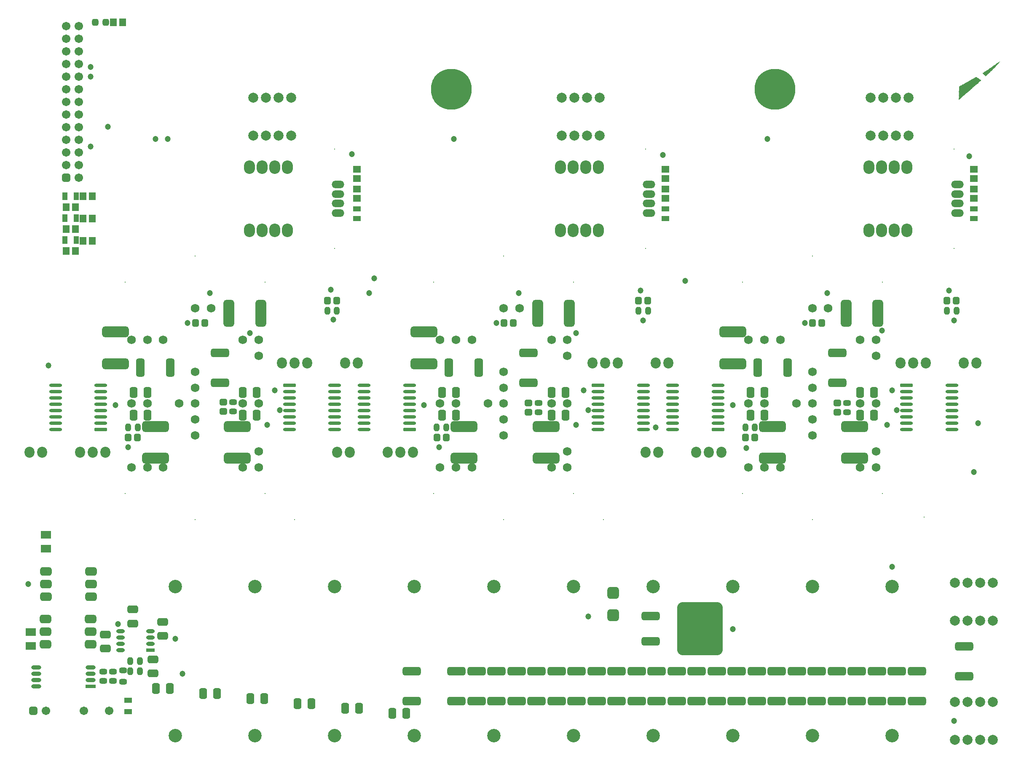
<source format=gts>
G04*
G04 #@! TF.GenerationSoftware,Altium Limited,Altium Designer,24.1.2 (44)*
G04*
G04 Layer_Color=8388736*
%FSLAX44Y44*%
%MOMM*%
G71*
G04*
G04 #@! TF.SameCoordinates,42FD3A08-7172-4449-885E-14F6398CBE5B*
G04*
G04*
G04 #@! TF.FilePolarity,Negative*
G04*
G01*
G75*
G04:AMPARAMS|DCode=21|XSize=2.6028mm|YSize=0.6221mm|CornerRadius=0.1555mm|HoleSize=0mm|Usage=FLASHONLY|Rotation=180.000|XOffset=0mm|YOffset=0mm|HoleType=Round|Shape=RoundedRectangle|*
%AMROUNDEDRECTD21*
21,1,2.6028,0.3111,0,0,180.0*
21,1,2.2917,0.6221,0,0,180.0*
1,1,0.3111,-1.1459,0.1555*
1,1,0.3111,1.1459,0.1555*
1,1,0.3111,1.1459,-0.1555*
1,1,0.3111,-1.1459,-0.1555*
%
%ADD21ROUNDEDRECTD21*%
G04:AMPARAMS|DCode=22|XSize=2.6028mm|YSize=0.6221mm|CornerRadius=0.3111mm|HoleSize=0mm|Usage=FLASHONLY|Rotation=180.000|XOffset=0mm|YOffset=0mm|HoleType=Round|Shape=RoundedRectangle|*
%AMROUNDEDRECTD22*
21,1,2.6028,0.0000,0,0,180.0*
21,1,1.9807,0.6221,0,0,180.0*
1,1,0.6221,-0.9903,0.0000*
1,1,0.6221,0.9903,0.0000*
1,1,0.6221,0.9903,0.0000*
1,1,0.6221,-0.9903,0.0000*
%
%ADD22ROUNDEDRECTD22*%
%ADD44R,2.1532X1.6032*%
%ADD45C,1.2032*%
%ADD46R,1.1032X1.5032*%
%ADD47R,1.3532X1.5532*%
G04:AMPARAMS|DCode=48|XSize=1.5532mm|YSize=1.3532mm|CornerRadius=0.3891mm|HoleSize=0mm|Usage=FLASHONLY|Rotation=270.000|XOffset=0mm|YOffset=0mm|HoleType=Round|Shape=RoundedRectangle|*
%AMROUNDEDRECTD48*
21,1,1.5532,0.5750,0,0,270.0*
21,1,0.7750,1.3532,0,0,270.0*
1,1,0.7782,-0.2875,-0.3875*
1,1,0.7782,-0.2875,0.3875*
1,1,0.7782,0.2875,0.3875*
1,1,0.7782,0.2875,-0.3875*
%
%ADD48ROUNDEDRECTD48*%
G04:AMPARAMS|DCode=49|XSize=3.7032mm|YSize=1.7032mm|CornerRadius=0.4766mm|HoleSize=0mm|Usage=FLASHONLY|Rotation=0.000|XOffset=0mm|YOffset=0mm|HoleType=Round|Shape=RoundedRectangle|*
%AMROUNDEDRECTD49*
21,1,3.7032,0.7500,0,0,0.0*
21,1,2.7500,1.7032,0,0,0.0*
1,1,0.9532,1.3750,-0.3750*
1,1,0.9532,-1.3750,-0.3750*
1,1,0.9532,-1.3750,0.3750*
1,1,0.9532,1.3750,0.3750*
%
%ADD49ROUNDEDRECTD49*%
G04:AMPARAMS|DCode=50|XSize=2.1532mm|YSize=1.6032mm|CornerRadius=0.4516mm|HoleSize=0mm|Usage=FLASHONLY|Rotation=0.000|XOffset=0mm|YOffset=0mm|HoleType=Round|Shape=RoundedRectangle|*
%AMROUNDEDRECTD50*
21,1,2.1532,0.7000,0,0,0.0*
21,1,1.2500,1.6032,0,0,0.0*
1,1,0.9032,0.6250,-0.3500*
1,1,0.9032,-0.6250,-0.3500*
1,1,0.9032,-0.6250,0.3500*
1,1,0.9032,0.6250,0.3500*
%
%ADD50ROUNDEDRECTD50*%
G04:AMPARAMS|DCode=51|XSize=1.7032mm|YSize=2.3032mm|CornerRadius=0.4766mm|HoleSize=0mm|Usage=FLASHONLY|Rotation=90.000|XOffset=0mm|YOffset=0mm|HoleType=Round|Shape=RoundedRectangle|*
%AMROUNDEDRECTD51*
21,1,1.7032,1.3500,0,0,90.0*
21,1,0.7500,2.3032,0,0,90.0*
1,1,0.9532,0.6750,0.3750*
1,1,0.9532,0.6750,-0.3750*
1,1,0.9532,-0.6750,-0.3750*
1,1,0.9532,-0.6750,0.3750*
%
%ADD51ROUNDEDRECTD51*%
%ADD52R,1.7232X0.8032*%
%ADD53O,1.7232X0.8032*%
G04:AMPARAMS|DCode=54|XSize=2.1532mm|YSize=1.6032mm|CornerRadius=0.4516mm|HoleSize=0mm|Usage=FLASHONLY|Rotation=90.000|XOffset=0mm|YOffset=0mm|HoleType=Round|Shape=RoundedRectangle|*
%AMROUNDEDRECTD54*
21,1,2.1532,0.7000,0,0,90.0*
21,1,1.2500,1.6032,0,0,90.0*
1,1,0.9032,0.3500,0.6250*
1,1,0.9032,0.3500,-0.6250*
1,1,0.9032,-0.3500,-0.6250*
1,1,0.9032,-0.3500,0.6250*
%
%ADD54ROUNDEDRECTD54*%
G04:AMPARAMS|DCode=55|XSize=1.1032mm|YSize=1.5032mm|CornerRadius=0.3266mm|HoleSize=0mm|Usage=FLASHONLY|Rotation=180.000|XOffset=0mm|YOffset=0mm|HoleType=Round|Shape=RoundedRectangle|*
%AMROUNDEDRECTD55*
21,1,1.1032,0.8500,0,0,180.0*
21,1,0.4500,1.5032,0,0,180.0*
1,1,0.6532,-0.2250,0.4250*
1,1,0.6532,0.2250,0.4250*
1,1,0.6532,0.2250,-0.4250*
1,1,0.6532,-0.2250,-0.4250*
%
%ADD55ROUNDEDRECTD55*%
G04:AMPARAMS|DCode=56|XSize=1.1032mm|YSize=1.5032mm|CornerRadius=0.3266mm|HoleSize=0mm|Usage=FLASHONLY|Rotation=270.000|XOffset=0mm|YOffset=0mm|HoleType=Round|Shape=RoundedRectangle|*
%AMROUNDEDRECTD56*
21,1,1.1032,0.8500,0,0,270.0*
21,1,0.4500,1.5032,0,0,270.0*
1,1,0.6532,-0.4250,-0.2250*
1,1,0.6532,-0.4250,0.2250*
1,1,0.6532,0.4250,0.2250*
1,1,0.6532,0.4250,-0.2250*
%
%ADD56ROUNDEDRECTD56*%
%ADD57O,2.0032X0.8032*%
%ADD58R,2.0032X0.8032*%
%ADD59R,1.5032X1.1032*%
G04:AMPARAMS|DCode=60|XSize=9.2032mm|YSize=10.7032mm|CornerRadius=1.2266mm|HoleSize=0mm|Usage=FLASHONLY|Rotation=0.000|XOffset=0mm|YOffset=0mm|HoleType=Round|Shape=RoundedRectangle|*
%AMROUNDEDRECTD60*
21,1,9.2032,8.2500,0,0,0.0*
21,1,6.7500,10.7032,0,0,0.0*
1,1,2.4532,3.3750,-4.1250*
1,1,2.4532,-3.3750,-4.1250*
1,1,2.4532,-3.3750,4.1250*
1,1,2.4532,3.3750,4.1250*
%
%ADD60ROUNDEDRECTD60*%
G04:AMPARAMS|DCode=61|XSize=1.7032mm|YSize=3.7032mm|CornerRadius=0.4766mm|HoleSize=0mm|Usage=FLASHONLY|Rotation=90.000|XOffset=0mm|YOffset=0mm|HoleType=Round|Shape=RoundedRectangle|*
%AMROUNDEDRECTD61*
21,1,1.7032,2.7500,0,0,90.0*
21,1,0.7500,3.7032,0,0,90.0*
1,1,0.9532,1.3750,0.3750*
1,1,0.9532,1.3750,-0.3750*
1,1,0.9532,-1.3750,-0.3750*
1,1,0.9532,-1.3750,0.3750*
%
%ADD61ROUNDEDRECTD61*%
G04:AMPARAMS|DCode=62|XSize=2.4032mm|YSize=2.4132mm|CornerRadius=0.6516mm|HoleSize=0mm|Usage=FLASHONLY|Rotation=180.000|XOffset=0mm|YOffset=0mm|HoleType=Round|Shape=RoundedRectangle|*
%AMROUNDEDRECTD62*
21,1,2.4032,1.1100,0,0,180.0*
21,1,1.1000,2.4132,0,0,180.0*
1,1,1.3032,-0.5500,0.5550*
1,1,1.3032,0.5500,0.5550*
1,1,1.3032,0.5500,-0.5550*
1,1,1.3032,-0.5500,-0.5550*
%
%ADD62ROUNDEDRECTD62*%
G04:AMPARAMS|DCode=63|XSize=2.2032mm|YSize=5.4032mm|CornerRadius=0.6016mm|HoleSize=0mm|Usage=FLASHONLY|Rotation=270.000|XOffset=0mm|YOffset=0mm|HoleType=Round|Shape=RoundedRectangle|*
%AMROUNDEDRECTD63*
21,1,2.2032,4.2000,0,0,270.0*
21,1,1.0000,5.4032,0,0,270.0*
1,1,1.2032,-2.1000,-0.5000*
1,1,1.2032,-2.1000,0.5000*
1,1,1.2032,2.1000,0.5000*
1,1,1.2032,2.1000,-0.5000*
%
%ADD63ROUNDEDRECTD63*%
%ADD64R,1.5532X1.3532*%
G04:AMPARAMS|DCode=65|XSize=3.7032mm|YSize=1.7032mm|CornerRadius=0.4766mm|HoleSize=0mm|Usage=FLASHONLY|Rotation=270.000|XOffset=0mm|YOffset=0mm|HoleType=Round|Shape=RoundedRectangle|*
%AMROUNDEDRECTD65*
21,1,3.7032,0.7500,0,0,270.0*
21,1,2.7500,1.7032,0,0,270.0*
1,1,0.9532,-0.3750,-1.3750*
1,1,0.9532,-0.3750,1.3750*
1,1,0.9532,0.3750,1.3750*
1,1,0.9532,0.3750,-1.3750*
%
%ADD65ROUNDEDRECTD65*%
G04:AMPARAMS|DCode=66|XSize=1.5532mm|YSize=1.3532mm|CornerRadius=0.3891mm|HoleSize=0mm|Usage=FLASHONLY|Rotation=180.000|XOffset=0mm|YOffset=0mm|HoleType=Round|Shape=RoundedRectangle|*
%AMROUNDEDRECTD66*
21,1,1.5532,0.5750,0,0,180.0*
21,1,0.7750,1.3532,0,0,180.0*
1,1,0.7782,-0.3875,0.2875*
1,1,0.7782,0.3875,0.2875*
1,1,0.7782,0.3875,-0.2875*
1,1,0.7782,-0.3875,-0.2875*
%
%ADD66ROUNDEDRECTD66*%
G04:AMPARAMS|DCode=67|XSize=1.4032mm|YSize=1.3032mm|CornerRadius=0.3766mm|HoleSize=0mm|Usage=FLASHONLY|Rotation=270.000|XOffset=0mm|YOffset=0mm|HoleType=Round|Shape=RoundedRectangle|*
%AMROUNDEDRECTD67*
21,1,1.4032,0.5500,0,0,270.0*
21,1,0.6500,1.3032,0,0,270.0*
1,1,0.7532,-0.2750,-0.3250*
1,1,0.7532,-0.2750,0.3250*
1,1,0.7532,0.2750,0.3250*
1,1,0.7532,0.2750,-0.3250*
%
%ADD67ROUNDEDRECTD67*%
G04:AMPARAMS|DCode=68|XSize=2.2032mm|YSize=5.4032mm|CornerRadius=0.6016mm|HoleSize=0mm|Usage=FLASHONLY|Rotation=0.000|XOffset=0mm|YOffset=0mm|HoleType=Round|Shape=RoundedRectangle|*
%AMROUNDEDRECTD68*
21,1,2.2032,4.2000,0,0,0.0*
21,1,1.0000,5.4032,0,0,0.0*
1,1,1.2032,0.5000,-2.1000*
1,1,1.2032,-0.5000,-2.1000*
1,1,1.2032,-0.5000,2.1000*
1,1,1.2032,0.5000,2.1000*
%
%ADD68ROUNDEDRECTD68*%
%ADD69C,8.2032*%
%ADD70C,1.7272*%
%ADD71C,0.2032*%
%ADD72O,2.5032X1.5032*%
%ADD73O,2.2032X2.7032*%
%ADD74C,2.7032*%
%ADD75O,2.0032X2.2032*%
%ADD76C,1.7032*%
G04:AMPARAMS|DCode=77|XSize=1.7032mm|YSize=1.7032mm|CornerRadius=0.4766mm|HoleSize=0mm|Usage=FLASHONLY|Rotation=90.000|XOffset=0mm|YOffset=0mm|HoleType=Round|Shape=RoundedRectangle|*
%AMROUNDEDRECTD77*
21,1,1.7032,0.7500,0,0,90.0*
21,1,0.7500,1.7032,0,0,90.0*
1,1,0.9532,0.3750,0.3750*
1,1,0.9532,0.3750,-0.3750*
1,1,0.9532,-0.3750,-0.3750*
1,1,0.9532,-0.3750,0.3750*
%
%ADD77ROUNDEDRECTD77*%
%ADD78C,2.0032*%
G04:AMPARAMS|DCode=79|XSize=1.7032mm|YSize=1.7032mm|CornerRadius=0.4766mm|HoleSize=0mm|Usage=FLASHONLY|Rotation=0.000|XOffset=0mm|YOffset=0mm|HoleType=Round|Shape=RoundedRectangle|*
%AMROUNDEDRECTD79*
21,1,1.7032,0.7500,0,0,0.0*
21,1,0.7500,1.7032,0,0,0.0*
1,1,0.9532,0.3750,-0.3750*
1,1,0.9532,-0.3750,-0.3750*
1,1,0.9532,-0.3750,0.3750*
1,1,0.9532,0.3750,0.3750*
%
%ADD79ROUNDEDRECTD79*%
%ADD80C,0.9032*%
G36*
X1935354Y1374474D02*
X1935057D01*
Y1374772D01*
X1935354D01*
Y1374474D01*
D02*
G37*
G36*
X1934760D02*
X1935057D01*
Y1374177D01*
X1935354D01*
Y1373879D01*
X1935652D01*
Y1374177D01*
X1935950D01*
Y1373879D01*
X1936247D01*
Y1373582D01*
X1936544D01*
Y1373284D01*
X1936842D01*
Y1373582D01*
X1937139D01*
Y1373284D01*
X1937437D01*
Y1372987D01*
X1937734D01*
Y1372690D01*
X1938032D01*
Y1372392D01*
X1938329D01*
Y1372095D01*
X1938627D01*
Y1372392D01*
X1938924D01*
Y1371500D01*
X1939222D01*
Y1371797D01*
X1939519D01*
Y1371500D01*
X1939817D01*
Y1371202D01*
X1940114D01*
Y1370905D01*
X1940412D01*
Y1371202D01*
X1940709D01*
Y1370905D01*
X1941006D01*
Y1370607D01*
X1941304D01*
Y1370310D01*
X1941602D01*
Y1370012D01*
X1941899D01*
Y1369715D01*
X1942196D01*
Y1370012D01*
X1942494D01*
Y1369120D01*
X1942791D01*
Y1369417D01*
X1943089D01*
Y1369120D01*
X1943386D01*
Y1368822D01*
X1943684D01*
Y1368525D01*
X1943981D01*
Y1368227D01*
X1944279D01*
Y1367930D01*
X1944576D01*
Y1367632D01*
X1944279D01*
Y1367335D01*
X1943981D01*
Y1367038D01*
X1943684D01*
Y1366740D01*
X1943386D01*
Y1366443D01*
X1943089D01*
Y1366145D01*
X1942791D01*
Y1366443D01*
X1942494D01*
Y1366145D01*
X1942196D01*
Y1365848D01*
X1941899D01*
Y1365550D01*
X1941602D01*
Y1365253D01*
X1941304D01*
Y1364955D01*
X1941006D01*
Y1364658D01*
X1940709D01*
Y1364360D01*
X1940412D01*
Y1364658D01*
X1940114D01*
Y1364360D01*
X1940412D01*
Y1364063D01*
X1940114D01*
Y1363765D01*
X1939817D01*
Y1364063D01*
X1939519D01*
Y1363765D01*
X1939817D01*
Y1363468D01*
X1939519D01*
Y1363170D01*
X1939222D01*
Y1363468D01*
X1938924D01*
Y1363170D01*
X1939222D01*
Y1362873D01*
X1938924D01*
Y1362576D01*
X1938627D01*
Y1362873D01*
X1938329D01*
Y1362576D01*
X1938627D01*
Y1362278D01*
X1938329D01*
Y1361980D01*
X1938032D01*
Y1362278D01*
X1937734D01*
Y1361385D01*
X1937437D01*
Y1361683D01*
X1937139D01*
Y1360791D01*
X1936842D01*
Y1361088D01*
X1936544D01*
Y1360791D01*
X1936247D01*
Y1360493D01*
X1935950D01*
Y1360196D01*
X1935652D01*
Y1359898D01*
X1935354D01*
Y1359601D01*
X1935057D01*
Y1359303D01*
X1934760D01*
Y1359006D01*
X1934462D01*
Y1359303D01*
X1934165D01*
Y1359006D01*
X1933867D01*
Y1358708D01*
X1933570D01*
Y1358411D01*
X1933272D01*
Y1358113D01*
X1932975D01*
Y1357816D01*
X1932677D01*
Y1357518D01*
X1932380D01*
Y1357221D01*
X1932082D01*
Y1356923D01*
X1931785D01*
Y1356626D01*
X1931487D01*
Y1356328D01*
X1931190D01*
Y1356031D01*
X1930892D01*
Y1356328D01*
X1930595D01*
Y1356031D01*
X1930892D01*
Y1355734D01*
X1930595D01*
Y1355436D01*
X1930298D01*
Y1355734D01*
X1930000D01*
Y1355436D01*
X1930298D01*
Y1355139D01*
X1930000D01*
Y1354841D01*
X1929702D01*
Y1355139D01*
X1929405D01*
Y1354246D01*
X1929108D01*
Y1354544D01*
X1928810D01*
Y1353651D01*
X1928513D01*
Y1353949D01*
X1928215D01*
Y1353651D01*
X1927918D01*
Y1353354D01*
X1927620D01*
Y1353056D01*
X1927323D01*
Y1352759D01*
X1927025D01*
Y1352461D01*
X1926728D01*
Y1352164D01*
X1926430D01*
Y1351866D01*
X1926133D01*
Y1351569D01*
X1925835D01*
Y1351272D01*
X1925240D01*
Y1350677D01*
X1924943D01*
Y1350974D01*
X1924646D01*
Y1350677D01*
X1924348D01*
Y1350379D01*
X1924050D01*
Y1350082D01*
X1923753D01*
Y1349784D01*
X1923456D01*
Y1349487D01*
X1923158D01*
Y1349189D01*
X1922861D01*
Y1348892D01*
X1922563D01*
Y1348594D01*
X1922266D01*
Y1348297D01*
X1921968D01*
Y1347999D01*
X1921671D01*
Y1347702D01*
X1921373D01*
Y1347999D01*
X1921076D01*
Y1347702D01*
X1921373D01*
Y1347404D01*
X1921076D01*
Y1347107D01*
X1920778D01*
Y1347404D01*
X1920481D01*
Y1347107D01*
X1920778D01*
Y1346809D01*
X1920481D01*
Y1346512D01*
X1920183D01*
Y1346809D01*
X1919886D01*
Y1345917D01*
X1919588D01*
Y1346214D01*
X1919291D01*
Y1345322D01*
X1918994D01*
Y1345620D01*
X1918696D01*
Y1345322D01*
X1918399D01*
Y1345025D01*
X1918101D01*
Y1344727D01*
X1917804D01*
Y1344430D01*
X1917506D01*
Y1344132D01*
X1917209D01*
Y1343835D01*
X1916911D01*
Y1343537D01*
X1916614D01*
Y1343240D01*
X1916316D01*
Y1342942D01*
X1916019D01*
Y1342645D01*
X1915721D01*
Y1342347D01*
X1915424D01*
Y1342645D01*
X1915126D01*
Y1342347D01*
X1914829D01*
Y1342050D01*
X1914531D01*
Y1341752D01*
X1914234D01*
Y1341455D01*
X1913936D01*
Y1341157D01*
X1913639D01*
Y1340860D01*
X1913342D01*
Y1340562D01*
X1913044D01*
Y1340265D01*
X1912747D01*
Y1339967D01*
X1912449D01*
Y1339670D01*
X1912152D01*
Y1339373D01*
X1911854D01*
Y1339670D01*
X1911557D01*
Y1339373D01*
X1911854D01*
Y1339075D01*
X1911557D01*
Y1338778D01*
X1911259D01*
Y1339075D01*
X1910962D01*
Y1338778D01*
X1911259D01*
Y1338480D01*
X1910962D01*
Y1338183D01*
X1910664D01*
Y1338480D01*
X1910367D01*
Y1338183D01*
X1910664D01*
Y1337885D01*
X1910367D01*
Y1337588D01*
X1910069D01*
Y1337885D01*
X1909772D01*
Y1336993D01*
X1909474D01*
Y1337290D01*
X1909177D01*
Y1336993D01*
X1908879D01*
Y1336695D01*
X1908582D01*
Y1336398D01*
X1908284D01*
Y1336100D01*
X1907987D01*
Y1335803D01*
X1907690D01*
Y1335505D01*
X1907392D01*
Y1335208D01*
X1906797D01*
Y1334613D01*
X1906500D01*
Y1334910D01*
X1906202D01*
Y1334018D01*
X1905905D01*
Y1334315D01*
X1905607D01*
Y1334018D01*
X1905310D01*
Y1333721D01*
X1905012D01*
Y1333423D01*
X1904715D01*
Y1333126D01*
X1904417D01*
Y1332828D01*
X1904120D01*
Y1332531D01*
X1903822D01*
Y1332233D01*
X1903525D01*
Y1331936D01*
X1903227D01*
Y1331638D01*
X1902930D01*
Y1331341D01*
X1902632D01*
Y1331043D01*
X1902335D01*
Y1331341D01*
X1902038D01*
Y1331043D01*
X1902335D01*
Y1330746D01*
X1902038D01*
Y1330448D01*
X1901740D01*
Y1330746D01*
X1901443D01*
Y1330448D01*
X1901740D01*
Y1330151D01*
X1901443D01*
Y1329853D01*
X1901145D01*
Y1330151D01*
X1900848D01*
Y1329259D01*
X1900550D01*
Y1329556D01*
X1900253D01*
Y1329259D01*
X1899955D01*
Y1328961D01*
X1899658D01*
Y1329259D01*
X1899360D01*
Y1330151D01*
X1899658D01*
Y1330448D01*
X1899360D01*
Y1331341D01*
X1899658D01*
Y1331043D01*
X1899955D01*
Y1331341D01*
X1899658D01*
Y1331638D01*
X1899360D01*
Y1332531D01*
X1899658D01*
Y1332233D01*
X1899955D01*
Y1332531D01*
X1899658D01*
Y1332828D01*
X1899360D01*
Y1333126D01*
X1899658D01*
Y1333423D01*
X1899360D01*
Y1333721D01*
X1899658D01*
Y1333423D01*
X1899955D01*
Y1333721D01*
X1899658D01*
Y1334018D01*
X1899360D01*
Y1334315D01*
X1899658D01*
Y1334613D01*
X1899360D01*
Y1334910D01*
X1899658D01*
Y1334613D01*
X1899955D01*
Y1334910D01*
X1899658D01*
Y1335208D01*
X1899360D01*
Y1335505D01*
X1899658D01*
Y1335803D01*
X1899360D01*
Y1336100D01*
X1899658D01*
Y1335803D01*
X1899955D01*
Y1336100D01*
X1899658D01*
Y1336398D01*
X1899360D01*
Y1336695D01*
X1899658D01*
Y1336993D01*
X1899360D01*
Y1337290D01*
X1899658D01*
Y1336993D01*
X1899955D01*
Y1337290D01*
X1899658D01*
Y1337588D01*
X1899360D01*
Y1337885D01*
X1899658D01*
Y1338183D01*
X1899360D01*
Y1338480D01*
X1899658D01*
Y1338183D01*
X1899955D01*
Y1338480D01*
X1899658D01*
Y1338778D01*
X1899360D01*
Y1339075D01*
X1899658D01*
Y1339373D01*
X1899360D01*
Y1339670D01*
X1899658D01*
Y1339373D01*
X1899955D01*
Y1339670D01*
X1899658D01*
Y1339967D01*
X1899360D01*
Y1340265D01*
X1899658D01*
Y1340562D01*
X1899360D01*
Y1340860D01*
X1899658D01*
Y1340562D01*
X1899955D01*
Y1340860D01*
X1899658D01*
Y1341157D01*
X1899360D01*
Y1341455D01*
X1899658D01*
Y1341157D01*
X1899955D01*
Y1341455D01*
X1899658D01*
Y1341752D01*
X1899360D01*
Y1342050D01*
X1899658D01*
Y1341752D01*
X1899955D01*
Y1342050D01*
X1899658D01*
Y1342347D01*
X1899360D01*
Y1342645D01*
X1899658D01*
Y1342347D01*
X1899955D01*
Y1342645D01*
X1899658D01*
Y1342942D01*
X1899360D01*
Y1343240D01*
X1899658D01*
Y1342942D01*
X1899955D01*
Y1343240D01*
X1899658D01*
Y1343537D01*
X1899360D01*
Y1343835D01*
X1899658D01*
Y1343537D01*
X1899955D01*
Y1343835D01*
X1899658D01*
Y1344132D01*
X1899360D01*
Y1344430D01*
X1899658D01*
Y1344132D01*
X1899955D01*
Y1344430D01*
X1899658D01*
Y1344727D01*
X1899360D01*
Y1345025D01*
X1899658D01*
Y1344727D01*
X1899955D01*
Y1345025D01*
X1899658D01*
Y1345322D01*
X1899360D01*
Y1345620D01*
X1899658D01*
Y1345322D01*
X1899955D01*
Y1345620D01*
X1899658D01*
Y1345917D01*
X1899360D01*
Y1346214D01*
X1899658D01*
Y1345917D01*
X1899955D01*
Y1346214D01*
X1899658D01*
Y1346512D01*
X1899955D01*
Y1346809D01*
X1899658D01*
Y1347107D01*
X1899360D01*
Y1347404D01*
X1899658D01*
Y1347107D01*
X1899955D01*
Y1347404D01*
X1899658D01*
Y1347702D01*
X1899955D01*
Y1347999D01*
X1899658D01*
Y1348297D01*
X1899955D01*
Y1348594D01*
X1899658D01*
Y1348892D01*
X1899955D01*
Y1349189D01*
X1899658D01*
Y1349487D01*
X1899955D01*
Y1349784D01*
X1899658D01*
Y1350082D01*
X1899955D01*
Y1350379D01*
X1899658D01*
Y1350677D01*
X1899955D01*
Y1350974D01*
X1899658D01*
Y1351272D01*
X1899955D01*
Y1351569D01*
X1899658D01*
Y1351866D01*
X1899955D01*
Y1352164D01*
X1899658D01*
Y1352461D01*
X1899955D01*
Y1352759D01*
X1899658D01*
Y1353056D01*
X1899955D01*
Y1353354D01*
X1899658D01*
Y1353651D01*
X1899955D01*
Y1353949D01*
X1899658D01*
Y1354246D01*
X1899955D01*
Y1354544D01*
X1899658D01*
Y1354841D01*
X1899955D01*
Y1355734D01*
X1900253D01*
Y1356031D01*
X1900550D01*
Y1356328D01*
X1900848D01*
Y1356031D01*
X1901145D01*
Y1356328D01*
X1901443D01*
Y1356626D01*
X1901740D01*
Y1356923D01*
X1902038D01*
Y1356626D01*
X1902335D01*
Y1356923D01*
X1902632D01*
Y1357221D01*
X1902930D01*
Y1357518D01*
X1903227D01*
Y1357221D01*
X1903525D01*
Y1357518D01*
X1903822D01*
Y1357816D01*
X1904120D01*
Y1358113D01*
X1904417D01*
Y1357816D01*
X1904715D01*
Y1358113D01*
X1905012D01*
Y1358411D01*
X1905310D01*
Y1358708D01*
X1905607D01*
Y1358411D01*
X1905905D01*
Y1359006D01*
X1906500D01*
Y1359303D01*
X1906797D01*
Y1359601D01*
X1907095D01*
Y1359898D01*
X1907392D01*
Y1359601D01*
X1907690D01*
Y1359898D01*
X1907987D01*
Y1359601D01*
X1908284D01*
Y1359898D01*
X1907987D01*
Y1360196D01*
X1908284D01*
Y1360493D01*
X1908582D01*
Y1360196D01*
X1908879D01*
Y1360493D01*
X1909177D01*
Y1360791D01*
X1909474D01*
Y1361088D01*
X1909772D01*
Y1360791D01*
X1910069D01*
Y1361088D01*
X1910367D01*
Y1360791D01*
X1910664D01*
Y1361088D01*
X1910367D01*
Y1361385D01*
X1910664D01*
Y1361683D01*
X1910962D01*
Y1361385D01*
X1911259D01*
Y1361683D01*
X1911557D01*
Y1361980D01*
X1911854D01*
Y1362278D01*
X1912152D01*
Y1361980D01*
X1912449D01*
Y1362278D01*
X1912152D01*
Y1362576D01*
X1912449D01*
Y1362278D01*
X1912747D01*
Y1362576D01*
X1912449D01*
Y1362873D01*
X1912747D01*
Y1362576D01*
X1913044D01*
Y1362873D01*
X1913342D01*
Y1362576D01*
X1913639D01*
Y1363170D01*
X1914234D01*
Y1363468D01*
X1914531D01*
Y1363765D01*
X1914829D01*
Y1364063D01*
X1915126D01*
Y1363765D01*
X1915424D01*
Y1364063D01*
X1915721D01*
Y1364360D01*
X1916019D01*
Y1364658D01*
X1916316D01*
Y1364360D01*
X1916614D01*
Y1364658D01*
X1916911D01*
Y1364955D01*
X1917209D01*
Y1365253D01*
X1917506D01*
Y1364955D01*
X1917804D01*
Y1365253D01*
X1918101D01*
Y1365550D01*
X1918399D01*
Y1365848D01*
X1918696D01*
Y1365550D01*
X1918994D01*
Y1366443D01*
X1919291D01*
Y1366145D01*
X1919588D01*
Y1366443D01*
X1919886D01*
Y1366740D01*
X1920183D01*
Y1367038D01*
X1920481D01*
Y1366740D01*
X1920778D01*
Y1367038D01*
X1921076D01*
Y1366740D01*
X1921373D01*
Y1367038D01*
X1921076D01*
Y1367335D01*
X1921373D01*
Y1367632D01*
X1921671D01*
Y1367335D01*
X1921968D01*
Y1367632D01*
X1922266D01*
Y1367930D01*
X1922563D01*
Y1368227D01*
X1922861D01*
Y1368525D01*
X1923158D01*
Y1368227D01*
X1923456D01*
Y1368525D01*
X1923158D01*
Y1368822D01*
X1923456D01*
Y1368525D01*
X1923753D01*
Y1368822D01*
X1924050D01*
Y1369120D01*
X1924348D01*
Y1369417D01*
X1924646D01*
Y1369120D01*
X1924943D01*
Y1369417D01*
X1925240D01*
Y1369715D01*
X1925538D01*
Y1370012D01*
X1925835D01*
Y1369715D01*
X1926133D01*
Y1370012D01*
X1926430D01*
Y1370310D01*
X1926728D01*
Y1370607D01*
X1927025D01*
Y1370310D01*
X1927323D01*
Y1370905D01*
X1927918D01*
Y1371202D01*
X1928215D01*
Y1371500D01*
X1928513D01*
Y1371797D01*
X1928810D01*
Y1371500D01*
X1929108D01*
Y1371797D01*
X1929405D01*
Y1372095D01*
X1929702D01*
Y1372392D01*
X1930000D01*
Y1372095D01*
X1930298D01*
Y1372392D01*
X1930595D01*
Y1372690D01*
X1930892D01*
Y1372987D01*
X1931190D01*
Y1373284D01*
X1931487D01*
Y1372987D01*
X1931785D01*
Y1373284D01*
X1931487D01*
Y1373582D01*
X1931785D01*
Y1373284D01*
X1932082D01*
Y1373582D01*
X1932380D01*
Y1373879D01*
X1932677D01*
Y1374177D01*
X1932975D01*
Y1373879D01*
X1933272D01*
Y1374177D01*
X1933570D01*
Y1374474D01*
X1933867D01*
Y1374772D01*
X1934165D01*
Y1374474D01*
X1934462D01*
Y1374772D01*
X1934760D01*
Y1374474D01*
D02*
G37*
G36*
X1941899Y1370310D02*
X1941602D01*
Y1370607D01*
X1941899D01*
Y1370310D01*
D02*
G37*
G36*
X1981760Y1405412D02*
X1981463D01*
Y1405709D01*
X1981760D01*
Y1405412D01*
D02*
G37*
G36*
X1981165D02*
X1981463D01*
Y1405114D01*
X1981760D01*
Y1404817D01*
X1981463D01*
Y1404519D01*
X1981165D01*
Y1403627D01*
X1980868D01*
Y1403924D01*
X1980570D01*
Y1403032D01*
X1980273D01*
Y1403329D01*
X1979975D01*
Y1403032D01*
X1980273D01*
Y1402734D01*
X1979975D01*
Y1402437D01*
X1979678D01*
Y1402734D01*
X1979380D01*
Y1402437D01*
X1979678D01*
Y1402139D01*
X1979380D01*
Y1401842D01*
X1979083D01*
Y1401544D01*
X1978786D01*
Y1401247D01*
X1978488D01*
Y1400950D01*
X1978191D01*
Y1400652D01*
X1977893D01*
Y1400354D01*
X1977596D01*
Y1400057D01*
X1977298D01*
Y1399760D01*
X1977001D01*
Y1399462D01*
X1976703D01*
Y1399165D01*
X1976406D01*
Y1398867D01*
X1976108D01*
Y1398570D01*
X1975811D01*
Y1398272D01*
X1975513D01*
Y1397975D01*
X1975216D01*
Y1397082D01*
X1974918D01*
Y1397380D01*
X1974621D01*
Y1396487D01*
X1974323D01*
Y1396190D01*
X1974026D01*
Y1395892D01*
X1973728D01*
Y1396190D01*
X1973431D01*
Y1395298D01*
X1973134D01*
Y1395000D01*
X1972836D01*
Y1394702D01*
X1972539D01*
Y1394405D01*
X1972241D01*
Y1394108D01*
X1971944D01*
Y1393810D01*
X1971646D01*
Y1393513D01*
X1971349D01*
Y1393215D01*
X1971051D01*
Y1392918D01*
X1970754D01*
Y1392620D01*
X1970456D01*
Y1392323D01*
X1970159D01*
Y1392025D01*
X1969861D01*
Y1391728D01*
X1969564D01*
Y1391430D01*
X1969266D01*
Y1391133D01*
X1968969D01*
Y1390835D01*
X1968672D01*
Y1390538D01*
X1968374D01*
Y1390240D01*
X1968076D01*
Y1389943D01*
X1967779D01*
Y1389646D01*
X1967482D01*
Y1389348D01*
X1967184D01*
Y1389050D01*
X1966887D01*
Y1388753D01*
X1966589D01*
Y1388456D01*
X1966292D01*
Y1388158D01*
X1965994D01*
Y1387861D01*
X1965697D01*
Y1387563D01*
X1965399D01*
Y1387266D01*
X1965102D01*
Y1386968D01*
X1964804D01*
Y1386671D01*
X1964507D01*
Y1386373D01*
X1963912D01*
Y1385778D01*
X1963614D01*
Y1385481D01*
X1963317D01*
Y1385183D01*
X1963020D01*
Y1385481D01*
X1962722D01*
Y1384588D01*
X1962424D01*
Y1384291D01*
X1962127D01*
Y1383994D01*
X1961830D01*
Y1384291D01*
X1961532D01*
Y1383399D01*
X1961235D01*
Y1383696D01*
X1960937D01*
Y1382804D01*
X1960640D01*
Y1383101D01*
X1960342D01*
Y1382209D01*
X1960045D01*
Y1382506D01*
X1959747D01*
Y1381614D01*
X1959450D01*
Y1381911D01*
X1959152D01*
Y1381614D01*
X1958855D01*
Y1381316D01*
X1958557D01*
Y1381019D01*
X1958260D01*
Y1380721D01*
X1957962D01*
Y1380424D01*
X1957665D01*
Y1380126D01*
X1957368D01*
Y1379829D01*
X1957070D01*
Y1379531D01*
X1956773D01*
Y1379234D01*
X1956475D01*
Y1378936D01*
X1956178D01*
Y1378639D01*
X1955880D01*
Y1378342D01*
X1955583D01*
Y1378044D01*
X1955285D01*
Y1377747D01*
X1954988D01*
Y1377449D01*
X1954690D01*
Y1377152D01*
X1954393D01*
Y1376854D01*
X1954095D01*
Y1376557D01*
X1953798D01*
Y1376259D01*
X1953500D01*
Y1376557D01*
X1953203D01*
Y1376259D01*
X1952905D01*
Y1376557D01*
X1952608D01*
Y1376854D01*
X1952310D01*
Y1377152D01*
X1952013D01*
Y1377449D01*
X1951716D01*
Y1377747D01*
X1951418D01*
Y1378044D01*
X1951121D01*
Y1378342D01*
X1950823D01*
Y1378639D01*
X1950526D01*
Y1378936D01*
X1950228D01*
Y1379234D01*
X1949931D01*
Y1379531D01*
X1949633D01*
Y1379829D01*
X1949336D01*
Y1380126D01*
X1949038D01*
Y1380424D01*
X1948741D01*
Y1380721D01*
X1948443D01*
Y1381019D01*
X1948146D01*
Y1381316D01*
X1947848D01*
Y1381614D01*
X1947551D01*
Y1381911D01*
X1947253D01*
Y1382209D01*
X1946956D01*
Y1382506D01*
X1947253D01*
Y1382209D01*
X1947551D01*
Y1382506D01*
X1947253D01*
Y1382804D01*
X1947551D01*
Y1383101D01*
X1947848D01*
Y1382804D01*
X1948146D01*
Y1383101D01*
X1948443D01*
Y1383399D01*
X1948741D01*
Y1383696D01*
X1949038D01*
Y1383994D01*
X1949336D01*
Y1383696D01*
X1949633D01*
Y1383994D01*
X1949336D01*
Y1384291D01*
X1949633D01*
Y1383994D01*
X1949931D01*
Y1384291D01*
X1950228D01*
Y1384588D01*
X1950526D01*
Y1384886D01*
X1950823D01*
Y1384588D01*
X1951121D01*
Y1385183D01*
X1951716D01*
Y1385481D01*
X1952013D01*
Y1385778D01*
X1952310D01*
Y1386076D01*
X1952608D01*
Y1385778D01*
X1952905D01*
Y1386076D01*
X1953203D01*
Y1386373D01*
X1953500D01*
Y1386671D01*
X1953798D01*
Y1386968D01*
X1954095D01*
Y1387266D01*
X1954393D01*
Y1386968D01*
X1954690D01*
Y1387266D01*
X1954988D01*
Y1387563D01*
X1955285D01*
Y1387861D01*
X1955583D01*
Y1388158D01*
X1955880D01*
Y1388456D01*
X1956178D01*
Y1388158D01*
X1956475D01*
Y1388456D01*
X1956773D01*
Y1388753D01*
X1957070D01*
Y1389050D01*
X1957368D01*
Y1389348D01*
X1957665D01*
Y1389646D01*
X1957962D01*
Y1389348D01*
X1958260D01*
Y1389646D01*
X1958557D01*
Y1389943D01*
X1958855D01*
Y1390240D01*
X1959152D01*
Y1390538D01*
X1959450D01*
Y1390835D01*
X1959747D01*
Y1390538D01*
X1960045D01*
Y1390835D01*
X1960342D01*
Y1391133D01*
X1960640D01*
Y1391430D01*
X1960937D01*
Y1391133D01*
X1961235D01*
Y1391430D01*
X1960937D01*
Y1391728D01*
X1961235D01*
Y1392025D01*
X1961532D01*
Y1391728D01*
X1961830D01*
Y1392323D01*
X1962424D01*
Y1392620D01*
X1962722D01*
Y1392918D01*
X1963020D01*
Y1393215D01*
X1963912D01*
Y1393513D01*
X1964209D01*
Y1393810D01*
X1964507D01*
Y1394108D01*
X1964804D01*
Y1394405D01*
X1965102D01*
Y1394108D01*
X1965399D01*
Y1395000D01*
X1965697D01*
Y1394702D01*
X1965994D01*
Y1395000D01*
X1966292D01*
Y1395298D01*
X1966589D01*
Y1395595D01*
X1966887D01*
Y1395892D01*
X1967184D01*
Y1396190D01*
X1967482D01*
Y1395892D01*
X1967779D01*
Y1396190D01*
X1968076D01*
Y1396487D01*
X1968374D01*
Y1396785D01*
X1968672D01*
Y1397082D01*
X1968969D01*
Y1397380D01*
X1969266D01*
Y1397082D01*
X1969564D01*
Y1397380D01*
X1969266D01*
Y1397677D01*
X1969564D01*
Y1397975D01*
X1969861D01*
Y1397677D01*
X1970159D01*
Y1397975D01*
X1970456D01*
Y1398272D01*
X1970754D01*
Y1398570D01*
X1971051D01*
Y1398867D01*
X1971349D01*
Y1399165D01*
X1971646D01*
Y1399462D01*
X1971944D01*
Y1399165D01*
X1972241D01*
Y1399462D01*
X1971944D01*
Y1399760D01*
X1972241D01*
Y1399462D01*
X1972539D01*
Y1399760D01*
X1972836D01*
Y1400057D01*
X1973134D01*
Y1400354D01*
X1973431D01*
Y1400057D01*
X1973728D01*
Y1400354D01*
X1973431D01*
Y1400652D01*
X1973728D01*
Y1400950D01*
X1974026D01*
Y1400652D01*
X1974323D01*
Y1401247D01*
X1974918D01*
Y1401544D01*
X1975216D01*
Y1401842D01*
X1975513D01*
Y1402139D01*
X1975811D01*
Y1402437D01*
X1976108D01*
Y1402734D01*
X1976406D01*
Y1402437D01*
X1976703D01*
Y1402734D01*
X1977001D01*
Y1403032D01*
X1977298D01*
Y1403329D01*
X1977596D01*
Y1403032D01*
X1977893D01*
Y1403329D01*
X1977596D01*
Y1403627D01*
X1977893D01*
Y1403924D01*
X1978191D01*
Y1403627D01*
X1978488D01*
Y1404519D01*
X1978786D01*
Y1404222D01*
X1979083D01*
Y1404519D01*
X1979380D01*
Y1404817D01*
X1979678D01*
Y1405114D01*
X1979975D01*
Y1405412D01*
X1980273D01*
Y1405114D01*
X1980570D01*
Y1405412D01*
X1980273D01*
Y1405709D01*
X1980570D01*
Y1405412D01*
X1980868D01*
Y1405709D01*
X1981165D01*
Y1405412D01*
D02*
G37*
G36*
X1947848Y1381019D02*
X1947551D01*
Y1381316D01*
X1947848D01*
Y1381019D01*
D02*
G37*
G36*
X1949038Y1379829D02*
X1948741D01*
Y1380126D01*
X1949038D01*
Y1379829D01*
D02*
G37*
G36*
X1950228Y1378639D02*
X1949931D01*
Y1378936D01*
X1950228D01*
Y1378639D01*
D02*
G37*
%LPC*%
G36*
X1952310Y1377747D02*
X1952013D01*
Y1377449D01*
X1952310D01*
Y1377747D01*
D02*
G37*
%LPD*%
D21*
X795655Y665550D02*
D03*
X1794345Y754450D02*
D03*
X175655Y665550D02*
D03*
X1415655D02*
D03*
X554345Y754450D02*
D03*
X1174345D02*
D03*
D22*
X795655Y678250D02*
D03*
Y690950D02*
D03*
Y703650D02*
D03*
Y716350D02*
D03*
Y729050D02*
D03*
Y741750D02*
D03*
Y754450D02*
D03*
X704345D02*
D03*
Y741750D02*
D03*
Y729050D02*
D03*
Y716350D02*
D03*
Y703650D02*
D03*
Y690950D02*
D03*
Y678250D02*
D03*
Y665550D02*
D03*
X1885655Y754450D02*
D03*
Y741750D02*
D03*
Y729050D02*
D03*
Y716350D02*
D03*
Y703650D02*
D03*
Y690950D02*
D03*
Y678250D02*
D03*
Y665550D02*
D03*
X1794345D02*
D03*
Y678250D02*
D03*
Y690950D02*
D03*
Y703650D02*
D03*
Y716350D02*
D03*
Y729050D02*
D03*
Y741750D02*
D03*
X175655Y678250D02*
D03*
Y690950D02*
D03*
Y703650D02*
D03*
Y716350D02*
D03*
Y729050D02*
D03*
Y741750D02*
D03*
Y754450D02*
D03*
X84345D02*
D03*
Y741750D02*
D03*
Y729050D02*
D03*
Y716350D02*
D03*
Y703650D02*
D03*
Y690950D02*
D03*
Y678250D02*
D03*
Y665550D02*
D03*
X1324345D02*
D03*
Y678250D02*
D03*
Y690950D02*
D03*
Y703650D02*
D03*
Y716350D02*
D03*
Y729050D02*
D03*
Y741750D02*
D03*
Y754450D02*
D03*
X1415655D02*
D03*
Y741750D02*
D03*
Y729050D02*
D03*
Y716350D02*
D03*
Y703650D02*
D03*
Y690950D02*
D03*
Y678250D02*
D03*
X645655Y754450D02*
D03*
Y741750D02*
D03*
Y729050D02*
D03*
Y716350D02*
D03*
Y703650D02*
D03*
Y690950D02*
D03*
Y678250D02*
D03*
Y665550D02*
D03*
X554345D02*
D03*
Y678250D02*
D03*
Y690950D02*
D03*
Y703650D02*
D03*
Y716350D02*
D03*
Y729050D02*
D03*
Y741750D02*
D03*
X1265655Y754450D02*
D03*
Y741750D02*
D03*
Y729050D02*
D03*
Y716350D02*
D03*
Y703650D02*
D03*
Y690950D02*
D03*
Y678250D02*
D03*
Y665550D02*
D03*
X1174345D02*
D03*
Y678250D02*
D03*
Y690950D02*
D03*
Y703650D02*
D03*
Y716350D02*
D03*
Y729050D02*
D03*
Y741750D02*
D03*
D44*
X65000Y454000D02*
D03*
Y426000D02*
D03*
X35000Y259000D02*
D03*
Y231000D02*
D03*
D45*
X1130000Y860000D02*
D03*
X1745000Y865000D02*
D03*
X1890000Y80000D02*
D03*
X310000Y1250000D02*
D03*
X155000Y1235000D02*
D03*
X725000Y970000D02*
D03*
X715000Y940000D02*
D03*
X1290000Y670000D02*
D03*
X155000Y1375000D02*
D03*
X155000Y1395000D02*
D03*
X1305000Y1218260D02*
D03*
X1472718Y628938D02*
D03*
X855000Y630000D02*
D03*
X230000D02*
D03*
X510000Y675000D02*
D03*
X1755000D02*
D03*
X1130000D02*
D03*
X825000Y715000D02*
D03*
X1445000Y715000D02*
D03*
X205000Y715000D02*
D03*
X525000Y745000D02*
D03*
X1765000D02*
D03*
X1145475Y744525D02*
D03*
X210000Y275000D02*
D03*
X475000Y860000D02*
D03*
X1765000Y390000D02*
D03*
X1930000Y580000D02*
D03*
X30000Y355000D02*
D03*
X1515000Y1250000D02*
D03*
X885000D02*
D03*
X285000D02*
D03*
X70000Y795000D02*
D03*
X637261Y947123D02*
D03*
X1260000Y945000D02*
D03*
X1880000D02*
D03*
X190000Y1275000D02*
D03*
X1350000Y965000D02*
D03*
X1938250Y678250D02*
D03*
X1445000Y265000D02*
D03*
X1155000Y290000D02*
D03*
X340000Y175000D02*
D03*
X325000Y245000D02*
D03*
X680000Y1220000D02*
D03*
X1920000Y1215000D02*
D03*
X535000Y705000D02*
D03*
X1155000D02*
D03*
X1775000D02*
D03*
X1635000Y940000D02*
D03*
X395000D02*
D03*
X1015000D02*
D03*
X350000Y880000D02*
D03*
X970000D02*
D03*
X1590000Y880000D02*
D03*
X642500Y887157D02*
D03*
X1265000Y885000D02*
D03*
X1890000D02*
D03*
D46*
X126500Y1135004D02*
D03*
X103500D02*
D03*
X126500Y1091102D02*
D03*
X103500D02*
D03*
X126500Y1047201D02*
D03*
X103500D02*
D03*
D47*
X124250Y1112803D02*
D03*
X105750D02*
D03*
X124250Y1068902D02*
D03*
X105750D02*
D03*
X158500Y1045000D02*
D03*
X140000D02*
D03*
X124250Y1025000D02*
D03*
X105750D02*
D03*
X158500Y1090000D02*
D03*
X140000D02*
D03*
X158500Y1135000D02*
D03*
X140000D02*
D03*
X219250Y1485000D02*
D03*
X200750D02*
D03*
D48*
X869250Y650000D02*
D03*
X850750D02*
D03*
X649250Y925000D02*
D03*
X630750D02*
D03*
X1274250D02*
D03*
X1255750D02*
D03*
X1894250D02*
D03*
X1875750D02*
D03*
X1470750Y650000D02*
D03*
X1489250D02*
D03*
X230750D02*
D03*
X249250D02*
D03*
X1605750Y880000D02*
D03*
X1624250D02*
D03*
X985750D02*
D03*
X1004250D02*
D03*
X365750D02*
D03*
X384250D02*
D03*
D49*
X800000Y120000D02*
D03*
Y180000D02*
D03*
X890000Y120000D02*
D03*
Y180000D02*
D03*
X930217Y120000D02*
D03*
Y180000D02*
D03*
X970434Y120000D02*
D03*
Y180000D02*
D03*
X1010651Y120000D02*
D03*
Y180000D02*
D03*
X1050869Y120000D02*
D03*
Y180000D02*
D03*
X1091085Y120000D02*
D03*
Y180000D02*
D03*
X1131303Y120000D02*
D03*
Y180000D02*
D03*
X1171520Y120000D02*
D03*
Y180000D02*
D03*
X1211737Y120000D02*
D03*
Y180000D02*
D03*
X1251954Y120000D02*
D03*
Y180000D02*
D03*
X1292171Y120000D02*
D03*
Y180000D02*
D03*
X1332388Y120000D02*
D03*
Y180000D02*
D03*
X1372605Y120000D02*
D03*
Y180000D02*
D03*
X1412823Y120000D02*
D03*
Y180000D02*
D03*
X1453040Y120000D02*
D03*
Y180000D02*
D03*
X1493257Y120000D02*
D03*
Y180000D02*
D03*
X1533474Y120000D02*
D03*
Y180000D02*
D03*
X1573691Y120000D02*
D03*
Y180000D02*
D03*
X1613908Y120000D02*
D03*
Y180000D02*
D03*
X1654125Y120000D02*
D03*
Y180000D02*
D03*
X1694343Y120000D02*
D03*
Y180000D02*
D03*
X1734559Y120000D02*
D03*
Y180000D02*
D03*
X1774777Y120000D02*
D03*
Y180000D02*
D03*
X1814994Y120000D02*
D03*
Y180000D02*
D03*
X1910000Y170000D02*
D03*
Y230000D02*
D03*
X1655000Y760000D02*
D03*
Y820000D02*
D03*
X1035000Y760000D02*
D03*
Y820000D02*
D03*
X415000Y760000D02*
D03*
Y820000D02*
D03*
D50*
X240000Y276000D02*
D03*
Y304000D02*
D03*
X300000Y251000D02*
D03*
Y279000D02*
D03*
X185000Y226000D02*
D03*
Y254000D02*
D03*
X280000Y204000D02*
D03*
Y176000D02*
D03*
D51*
X65000Y380800D02*
D03*
Y355400D02*
D03*
Y330000D02*
D03*
X156000Y380800D02*
D03*
Y355400D02*
D03*
Y330000D02*
D03*
X155000Y234200D02*
D03*
Y259600D02*
D03*
Y285000D02*
D03*
X64000Y234200D02*
D03*
Y259600D02*
D03*
Y285000D02*
D03*
D52*
X275000Y222300D02*
D03*
D53*
Y235000D02*
D03*
Y247700D02*
D03*
Y260400D02*
D03*
X215000Y222300D02*
D03*
Y235000D02*
D03*
Y247700D02*
D03*
Y260400D02*
D03*
D54*
X286000Y145000D02*
D03*
X314000D02*
D03*
X789000Y95001D02*
D03*
X761000D02*
D03*
X694000Y105000D02*
D03*
X666000D02*
D03*
X599000Y115000D02*
D03*
X571000D02*
D03*
X504000Y125000D02*
D03*
X476000D02*
D03*
X409000Y135000D02*
D03*
X381000D02*
D03*
X1729000Y740000D02*
D03*
X1701000D02*
D03*
X1109000D02*
D03*
X1081000D02*
D03*
X489000D02*
D03*
X461000D02*
D03*
X1481000Y695000D02*
D03*
X1509000D02*
D03*
X861000D02*
D03*
X889000D02*
D03*
X241000D02*
D03*
X269000D02*
D03*
X1729000D02*
D03*
X1701000D02*
D03*
X1109000D02*
D03*
X1081000D02*
D03*
X489000D02*
D03*
X461000D02*
D03*
X1481000Y740000D02*
D03*
X1509000D02*
D03*
X861000D02*
D03*
X889000D02*
D03*
X241000D02*
D03*
X269000D02*
D03*
D55*
X254000Y180000D02*
D03*
X235000D02*
D03*
X254000Y200000D02*
D03*
X235000D02*
D03*
X649500Y905000D02*
D03*
X630500D02*
D03*
X1275000D02*
D03*
X1256000D02*
D03*
X1894500D02*
D03*
X1875500D02*
D03*
X1470500Y670000D02*
D03*
X1489500D02*
D03*
X850500D02*
D03*
X869500D02*
D03*
X230500D02*
D03*
X249500D02*
D03*
D56*
X220000Y158500D02*
D03*
Y181500D02*
D03*
X200000Y179500D02*
D03*
Y160500D02*
D03*
X180000Y179500D02*
D03*
Y160500D02*
D03*
X1675000Y719500D02*
D03*
Y700500D02*
D03*
X1055000Y719500D02*
D03*
Y700500D02*
D03*
X441500Y721000D02*
D03*
Y702000D02*
D03*
D57*
X46000Y187700D02*
D03*
Y175000D02*
D03*
Y162300D02*
D03*
Y149600D02*
D03*
X155000Y187700D02*
D03*
Y175000D02*
D03*
Y162300D02*
D03*
D58*
Y149600D02*
D03*
D59*
X230000Y121500D02*
D03*
Y98500D02*
D03*
X1310000Y1090500D02*
D03*
Y1109500D02*
D03*
X690000Y1090500D02*
D03*
Y1109500D02*
D03*
X1930000Y1090500D02*
D03*
Y1109500D02*
D03*
D60*
X1378975Y265400D02*
D03*
D61*
X1280000Y240000D02*
D03*
Y290800D02*
D03*
D62*
X1205000Y292500D02*
D03*
Y337500D02*
D03*
D63*
X285000Y608000D02*
D03*
Y672000D02*
D03*
X450000Y608000D02*
D03*
Y672000D02*
D03*
X1445000Y798000D02*
D03*
Y862000D02*
D03*
X825000Y798000D02*
D03*
Y862000D02*
D03*
X205000Y798000D02*
D03*
Y862000D02*
D03*
X1690000Y672000D02*
D03*
Y608000D02*
D03*
X1070000Y672000D02*
D03*
Y608000D02*
D03*
X1525000Y672000D02*
D03*
Y608000D02*
D03*
X905000Y672000D02*
D03*
Y608000D02*
D03*
D64*
X690000Y1189250D02*
D03*
Y1149250D02*
D03*
X1930000D02*
D03*
Y1130750D02*
D03*
Y1189250D02*
D03*
Y1170750D02*
D03*
X1310000Y1149250D02*
D03*
Y1130750D02*
D03*
Y1189250D02*
D03*
Y1170750D02*
D03*
X690000Y1130750D02*
D03*
Y1170750D02*
D03*
D65*
X1555000Y790000D02*
D03*
X1495000D02*
D03*
X935000D02*
D03*
X875000D02*
D03*
X315000D02*
D03*
X255000D02*
D03*
D66*
X1655000Y719250D02*
D03*
Y700750D02*
D03*
X1035000Y719250D02*
D03*
Y700750D02*
D03*
X421500Y720750D02*
D03*
Y702250D02*
D03*
D67*
X164500Y1485000D02*
D03*
X185500D02*
D03*
D68*
X1673000Y900000D02*
D03*
X1737000D02*
D03*
X1053000D02*
D03*
X1117000D02*
D03*
X433000D02*
D03*
X497000D02*
D03*
D69*
X1530000Y1350000D02*
D03*
X880000D02*
D03*
D70*
X1637000Y910000D02*
D03*
X1605000D02*
D03*
X1477000Y846000D02*
D03*
Y718000D02*
D03*
X1541000Y590000D02*
D03*
X1605000Y782000D02*
D03*
Y718000D02*
D03*
Y686000D02*
D03*
Y654000D02*
D03*
Y750000D02*
D03*
X1573000Y718000D02*
D03*
X1701000Y846000D02*
D03*
Y590000D02*
D03*
Y718000D02*
D03*
X1509000D02*
D03*
X1541000Y846000D02*
D03*
X1509000D02*
D03*
X1477000Y590000D02*
D03*
X1509000D02*
D03*
X1733000Y718000D02*
D03*
Y590000D02*
D03*
Y622000D02*
D03*
Y814000D02*
D03*
Y846000D02*
D03*
X1017000Y910000D02*
D03*
X985000D02*
D03*
X857000Y846000D02*
D03*
Y718000D02*
D03*
X921000Y590000D02*
D03*
X985000Y782000D02*
D03*
Y718000D02*
D03*
Y686000D02*
D03*
Y654000D02*
D03*
Y750000D02*
D03*
X953000Y718000D02*
D03*
X1081000Y846000D02*
D03*
Y590000D02*
D03*
Y718000D02*
D03*
X889000D02*
D03*
X921000Y846000D02*
D03*
X889000D02*
D03*
X857000Y590000D02*
D03*
X889000D02*
D03*
X1113000Y718000D02*
D03*
Y590000D02*
D03*
Y622000D02*
D03*
Y814000D02*
D03*
Y846000D02*
D03*
X397000Y910000D02*
D03*
X365000D02*
D03*
X237000Y846000D02*
D03*
Y718000D02*
D03*
X301000Y590000D02*
D03*
X365000Y782000D02*
D03*
Y718000D02*
D03*
Y686000D02*
D03*
Y654000D02*
D03*
Y750000D02*
D03*
X333000Y718000D02*
D03*
X461000Y846000D02*
D03*
Y590000D02*
D03*
Y718000D02*
D03*
X269000D02*
D03*
X301000Y846000D02*
D03*
X269000D02*
D03*
X237000Y590000D02*
D03*
X269000D02*
D03*
X493000Y718000D02*
D03*
Y590000D02*
D03*
Y622000D02*
D03*
Y814000D02*
D03*
Y846000D02*
D03*
D71*
X1605000Y1015000D02*
D03*
Y485000D02*
D03*
X1745500Y537500D02*
D03*
X1464500D02*
D03*
X1745500Y962500D02*
D03*
X1464500D02*
D03*
X985000Y1015000D02*
D03*
Y485000D02*
D03*
X1125500Y537500D02*
D03*
X844500D02*
D03*
X1125500Y962500D02*
D03*
X844500D02*
D03*
X365000Y1015000D02*
D03*
Y485000D02*
D03*
X505500Y537500D02*
D03*
X224500D02*
D03*
X505500Y962500D02*
D03*
X224500D02*
D03*
X1830000Y490000D02*
D03*
X1185000Y485000D02*
D03*
X565000Y485000D02*
D03*
X645000Y1230000D02*
D03*
Y1030000D02*
D03*
X1890000D02*
D03*
Y1230000D02*
D03*
X1270000Y1030000D02*
D03*
Y1230000D02*
D03*
D72*
X652000Y1158570D02*
D03*
Y1139520D02*
D03*
Y1120475D02*
D03*
Y1101430D02*
D03*
X1897000D02*
D03*
Y1120475D02*
D03*
Y1158570D02*
D03*
Y1139520D02*
D03*
X1277000Y1101430D02*
D03*
Y1120475D02*
D03*
Y1158570D02*
D03*
Y1139520D02*
D03*
D73*
X550400Y1193500D02*
D03*
Y1066500D02*
D03*
X525000Y1193500D02*
D03*
X499600D02*
D03*
X474200D02*
D03*
X499600Y1066500D02*
D03*
X525000D02*
D03*
X474200D02*
D03*
X1770000Y1193500D02*
D03*
Y1066500D02*
D03*
X1795400D02*
D03*
Y1193500D02*
D03*
X1719200D02*
D03*
Y1066500D02*
D03*
X1744600D02*
D03*
Y1193500D02*
D03*
X1150000D02*
D03*
Y1066500D02*
D03*
X1175400D02*
D03*
Y1193500D02*
D03*
X1099200D02*
D03*
Y1066500D02*
D03*
X1124600D02*
D03*
Y1193500D02*
D03*
D74*
X965000Y350000D02*
D03*
Y50000D02*
D03*
X805000Y350000D02*
D03*
Y50000D02*
D03*
X1765000D02*
D03*
Y350000D02*
D03*
X1605000Y50000D02*
D03*
Y350000D02*
D03*
X1445000Y50000D02*
D03*
Y350000D02*
D03*
X1285000Y50000D02*
D03*
Y350000D02*
D03*
X1125000Y50000D02*
D03*
Y350000D02*
D03*
X645000Y50000D02*
D03*
Y350000D02*
D03*
X485000Y50000D02*
D03*
Y350000D02*
D03*
X325000Y50000D02*
D03*
Y350000D02*
D03*
D75*
X692000Y800000D02*
D03*
X666600D02*
D03*
X590400D02*
D03*
X565000D02*
D03*
X539600D02*
D03*
X1782600D02*
D03*
X1808000D02*
D03*
X1833400D02*
D03*
X1909600D02*
D03*
X1935000D02*
D03*
X1315400D02*
D03*
X1290000D02*
D03*
X1213800D02*
D03*
X1188400D02*
D03*
X1163000D02*
D03*
X184400Y620000D02*
D03*
X159000D02*
D03*
X133600D02*
D03*
X57400D02*
D03*
X32000D02*
D03*
X1270000D02*
D03*
X1295400D02*
D03*
X1371600D02*
D03*
X1397000D02*
D03*
X1422400D02*
D03*
X802400D02*
D03*
X777000D02*
D03*
X751600D02*
D03*
X675400D02*
D03*
X650000D02*
D03*
D76*
X131500Y1426600D02*
D03*
X106100D02*
D03*
X131500Y1375800D02*
D03*
Y1350400D02*
D03*
X106100Y1375800D02*
D03*
Y1350400D02*
D03*
X131500Y1325000D02*
D03*
X106100D02*
D03*
X131500Y1299600D02*
D03*
X106100D02*
D03*
X131500Y1248800D02*
D03*
X106100D02*
D03*
X131500Y1223400D02*
D03*
X106100D02*
D03*
X131500Y1172600D02*
D03*
X106100Y1198000D02*
D03*
X131500D02*
D03*
X106100Y1274200D02*
D03*
X131500D02*
D03*
X106100Y1401200D02*
D03*
X131500D02*
D03*
X106100Y1452000D02*
D03*
Y1477400D02*
D03*
X131500Y1452000D02*
D03*
Y1477400D02*
D03*
X192400Y100000D02*
D03*
X141600D02*
D03*
X65400D02*
D03*
D77*
X106100Y1172600D02*
D03*
D78*
X1891900Y118100D02*
D03*
X1968100D02*
D03*
X1942700Y41900D02*
D03*
X1917300D02*
D03*
X1891900D02*
D03*
X1968100D02*
D03*
X1917300Y118100D02*
D03*
X1942700D02*
D03*
X1891900Y358100D02*
D03*
X1968100D02*
D03*
X1942700Y281900D02*
D03*
X1917300D02*
D03*
X1891900D02*
D03*
X1968100D02*
D03*
X1917300Y358100D02*
D03*
X1942700D02*
D03*
X507300Y1333100D02*
D03*
X532700D02*
D03*
X481900Y1256900D02*
D03*
X558100D02*
D03*
X532700D02*
D03*
X507300D02*
D03*
X481900Y1333100D02*
D03*
X558100D02*
D03*
X1798100D02*
D03*
X1721900D02*
D03*
X1747300Y1256900D02*
D03*
X1772700D02*
D03*
X1798100D02*
D03*
X1721900D02*
D03*
X1772700Y1333100D02*
D03*
X1747300D02*
D03*
X1178100D02*
D03*
X1101900D02*
D03*
X1127300Y1256900D02*
D03*
X1152700D02*
D03*
X1178100D02*
D03*
X1101900D02*
D03*
X1152700Y1333100D02*
D03*
X1127300D02*
D03*
D79*
X40000Y100000D02*
D03*
D80*
X1530000Y1377500D02*
D03*
X1550000Y1370000D02*
D03*
X1557500Y1350000D02*
D03*
X1550000Y1330000D02*
D03*
X1530000Y1322500D02*
D03*
X1510000Y1330000D02*
D03*
X1502500Y1350000D02*
D03*
X1510000Y1370000D02*
D03*
X880000Y1377500D02*
D03*
X900000Y1370000D02*
D03*
X907500Y1350000D02*
D03*
X900000Y1330000D02*
D03*
X880000Y1322500D02*
D03*
X860000Y1330000D02*
D03*
X852500Y1350000D02*
D03*
X860000Y1370000D02*
D03*
M02*

</source>
